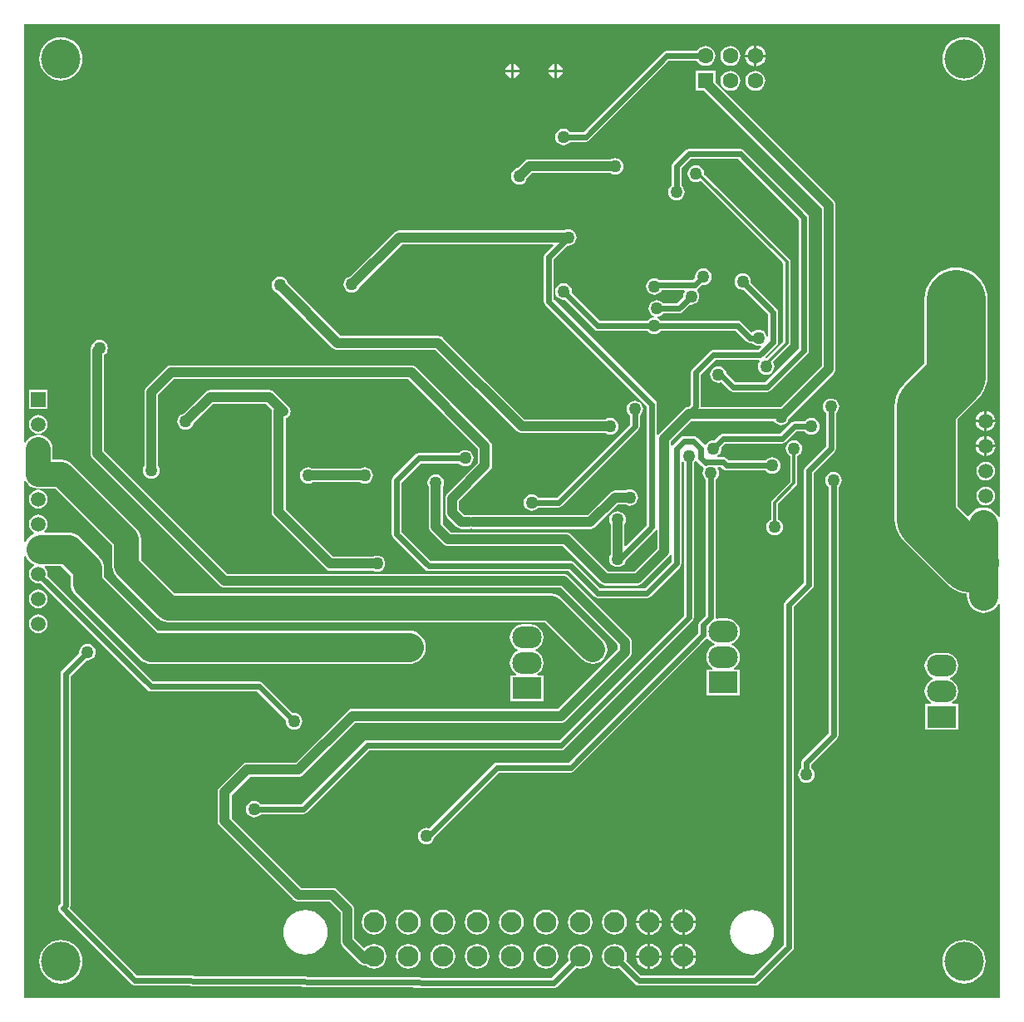
<source format=gbl>
G04*
G04 #@! TF.GenerationSoftware,Altium Limited,Altium Designer,18.0.11 (651)*
G04*
G04 Layer_Physical_Order=4*
G04 Layer_Color=16711680*
%FSLAX25Y25*%
%MOIN*%
G70*
G01*
G75*
%ADD11C,0.02362*%
%ADD83C,0.11811*%
%ADD84C,0.09843*%
%ADD85C,0.01181*%
%ADD88C,0.03937*%
%ADD91C,0.05906*%
%ADD92R,0.05906X0.05906*%
%ADD93C,0.08268*%
%ADD94O,0.11811X0.08858*%
%ADD95R,0.11811X0.08858*%
%ADD96R,0.06299X0.06299*%
%ADD97C,0.06299*%
%ADD98C,0.05000*%
%ADD99C,0.15748*%
%ADD100C,0.23622*%
G36*
X592191Y494223D02*
X591691Y494098D01*
X591222Y494977D01*
X590385Y495996D01*
X589366Y496832D01*
X588204Y497453D01*
X586942Y497836D01*
X585630Y497965D01*
X584318Y497836D01*
X583056Y497453D01*
X581893Y496832D01*
X580874Y495996D01*
X580038Y494977D01*
X579895Y494709D01*
X579400Y494635D01*
X575433Y498603D01*
Y533427D01*
X583739Y541733D01*
X585027Y543241D01*
X586063Y544932D01*
X586822Y546764D01*
X587285Y548692D01*
X587440Y550669D01*
Y565098D01*
Y581595D01*
X587285Y583571D01*
X586822Y585500D01*
X586063Y587332D01*
X585027Y589023D01*
X583739Y590530D01*
X582231Y591818D01*
X580540Y592854D01*
X578708Y593613D01*
X576780Y594076D01*
X574803Y594232D01*
X572826Y594076D01*
X570898Y593613D01*
X569066Y592854D01*
X567375Y591818D01*
X565867Y590530D01*
X564579Y589023D01*
X563543Y587332D01*
X562784Y585500D01*
X562321Y583571D01*
X562166Y581595D01*
Y565098D01*
Y555904D01*
X553859Y547597D01*
X552571Y546090D01*
X551535Y544399D01*
X550776Y542567D01*
X550314Y540638D01*
X550158Y538661D01*
Y493369D01*
X550314Y491392D01*
X550776Y489463D01*
X551535Y487631D01*
X552571Y485941D01*
X553859Y484433D01*
X571207Y467085D01*
X572715Y465797D01*
X574405Y464761D01*
X576238Y464002D01*
X578166Y463539D01*
X579102Y463466D01*
Y462402D01*
X579231Y461090D01*
X579613Y459828D01*
X580235Y458665D01*
X581071Y457646D01*
X582090Y456810D01*
X583253Y456188D01*
X584515Y455805D01*
X585827Y455676D01*
X587139Y455805D01*
X588400Y456188D01*
X589563Y456810D01*
X590582Y457646D01*
X591419Y458665D01*
X591691Y459175D01*
X592191Y459050D01*
Y301313D01*
X201116D01*
Y478316D01*
X201616Y478441D01*
X202085Y477563D01*
X202922Y476544D01*
X203941Y475707D01*
X204910Y475189D01*
X204895Y474642D01*
X204807Y474606D01*
X204025Y474006D01*
X203426Y473225D01*
X203049Y472315D01*
X202921Y471339D01*
X203049Y470362D01*
X203426Y469452D01*
X204025Y468671D01*
X204807Y468072D01*
X205716Y467695D01*
X206693Y467566D01*
X207518Y467675D01*
X250431Y424762D01*
X251082Y424327D01*
X251850Y424174D01*
X294444D01*
X305992Y412627D01*
X305936Y412205D01*
X306049Y411347D01*
X306380Y410547D01*
X306907Y409860D01*
X307594Y409333D01*
X308394Y409002D01*
X309252Y408889D01*
X310110Y409002D01*
X310910Y409333D01*
X311596Y409860D01*
X312123Y410547D01*
X312455Y411347D01*
X312568Y412205D01*
X312455Y413063D01*
X312123Y413863D01*
X311596Y414549D01*
X310910Y415076D01*
X310110Y415408D01*
X309252Y415520D01*
X308830Y415465D01*
X296695Y427600D01*
X296044Y428035D01*
X295276Y428188D01*
X252682D01*
X210357Y470513D01*
X210465Y471339D01*
X210337Y472315D01*
X209960Y473225D01*
X209360Y474006D01*
X209237Y474100D01*
X209398Y474574D01*
X215718D01*
X219653Y470640D01*
Y467520D01*
X219782Y466208D01*
X220165Y464946D01*
X220786Y463783D01*
X221622Y462764D01*
X247213Y437174D01*
X248232Y436337D01*
X249395Y435716D01*
X250657Y435333D01*
X251969Y435204D01*
X355315D01*
X356627Y435333D01*
X357889Y435716D01*
X359051Y436337D01*
X360070Y437174D01*
X360907Y438193D01*
X361528Y439356D01*
X361911Y440617D01*
X362040Y441929D01*
X361911Y443241D01*
X361528Y444503D01*
X360907Y445666D01*
X360070Y446685D01*
X359051Y447521D01*
X357889Y448142D01*
X356627Y448525D01*
X355315Y448654D01*
X254754D01*
X233103Y470305D01*
Y473425D01*
X232974Y474737D01*
X232591Y475999D01*
X231970Y477162D01*
X231133Y478181D01*
X223259Y486055D01*
X222240Y486891D01*
X221078Y487513D01*
X219816Y487895D01*
X218504Y488025D01*
X209339D01*
X209169Y488524D01*
X209360Y488671D01*
X209960Y489452D01*
X210337Y490362D01*
X210465Y491339D01*
X210337Y492315D01*
X209960Y493225D01*
X209360Y494006D01*
X208579Y494606D01*
X207669Y494982D01*
X206693Y495111D01*
X205716Y494982D01*
X204807Y494606D01*
X204025Y494006D01*
X203426Y493225D01*
X203049Y492315D01*
X202921Y491339D01*
X203049Y490362D01*
X203426Y489452D01*
X204025Y488671D01*
X204807Y488072D01*
X205049Y487971D01*
X204993Y487453D01*
X203941Y486891D01*
X202922Y486055D01*
X202085Y485036D01*
X201616Y484157D01*
X201116Y484282D01*
Y508579D01*
X201616Y508678D01*
X201706Y508460D01*
X202622Y507267D01*
X203814Y506352D01*
X205203Y505777D01*
X206457Y505612D01*
X206561Y505598D01*
Y505094D01*
X206437Y505077D01*
X205716Y504983D01*
X204807Y504606D01*
X204025Y504006D01*
X203426Y503225D01*
X203049Y502315D01*
X202921Y501339D01*
X203049Y500362D01*
X203426Y499452D01*
X204025Y498671D01*
X204807Y498072D01*
X205716Y497695D01*
X206693Y497566D01*
X207669Y497695D01*
X208579Y498072D01*
X209360Y498671D01*
X209960Y499452D01*
X210337Y500362D01*
X210465Y501339D01*
X210337Y502315D01*
X209960Y503225D01*
X209360Y504006D01*
X208579Y504606D01*
X207669Y504983D01*
X207049Y505064D01*
X206923Y505081D01*
X206956Y505581D01*
X207061Y505581D01*
X213639D01*
X236368Y482851D01*
Y474409D01*
X236564Y472919D01*
X237140Y471530D01*
X238054Y470338D01*
X254787Y453606D01*
X255979Y452691D01*
X257368Y452115D01*
X258858Y451919D01*
X410017D01*
X425062Y436873D01*
X426255Y435958D01*
X427644Y435383D01*
X429134Y435187D01*
X430624Y435383D01*
X432013Y435958D01*
X433205Y436873D01*
X434120Y438066D01*
X434696Y439455D01*
X434892Y440945D01*
X434696Y442435D01*
X434120Y443824D01*
X433205Y445016D01*
X416473Y461749D01*
X415280Y462664D01*
X413892Y463239D01*
X412402Y463435D01*
X261243D01*
X247884Y476794D01*
Y485236D01*
X247688Y486727D01*
X247112Y488115D01*
X246197Y489308D01*
X220095Y515410D01*
X218903Y516325D01*
X217514Y516900D01*
X216024Y517097D01*
X212451D01*
Y521339D01*
X212255Y522829D01*
X211679Y524218D01*
X210764Y525410D01*
X209572Y526325D01*
X208183Y526900D01*
X207049Y527050D01*
X206824Y527079D01*
Y527584D01*
X207049Y527613D01*
X207669Y527695D01*
X208579Y528072D01*
X209360Y528671D01*
X209960Y529452D01*
X210337Y530362D01*
X210465Y531339D01*
X210337Y532315D01*
X209960Y533225D01*
X209360Y534006D01*
X208579Y534606D01*
X207669Y534982D01*
X206693Y535111D01*
X205716Y534982D01*
X204807Y534606D01*
X204025Y534006D01*
X203426Y533225D01*
X203049Y532315D01*
X202921Y531339D01*
X203049Y530362D01*
X203426Y529452D01*
X204025Y528671D01*
X204807Y528072D01*
X205716Y527695D01*
X206337Y527613D01*
X206561Y527584D01*
Y527079D01*
X206337Y527050D01*
X205203Y526900D01*
X203814Y526325D01*
X202622Y525410D01*
X201706Y524218D01*
X201616Y523999D01*
X201116Y524098D01*
Y691929D01*
X592191D01*
Y494223D01*
D02*
G37*
%LPC*%
G36*
X494752Y683253D02*
Y679634D01*
X498372D01*
X498295Y680217D01*
X497877Y681227D01*
X497212Y682093D01*
X496345Y682759D01*
X495335Y683177D01*
X494752Y683253D01*
D02*
G37*
G36*
X493752D02*
X493169Y683177D01*
X492159Y682759D01*
X491292Y682093D01*
X490627Y681227D01*
X490209Y680217D01*
X490132Y679634D01*
X493752D01*
Y683253D01*
D02*
G37*
G36*
X484252Y683105D02*
X483224Y682970D01*
X482267Y682573D01*
X481444Y681942D01*
X480813Y681119D01*
X480416Y680162D01*
X480281Y679134D01*
X480416Y678106D01*
X480813Y677148D01*
X481444Y676326D01*
X482267Y675695D01*
X483224Y675298D01*
X484252Y675163D01*
X485280Y675298D01*
X486237Y675695D01*
X487060Y676326D01*
X487691Y677148D01*
X488088Y678106D01*
X488223Y679134D01*
X488088Y680162D01*
X487691Y681119D01*
X487060Y681942D01*
X486237Y682573D01*
X485280Y682970D01*
X484252Y683105D01*
D02*
G37*
G36*
X474252D02*
X473224Y682970D01*
X472266Y682573D01*
X471444Y681942D01*
X470830Y681141D01*
X458661D01*
X457893Y680988D01*
X457242Y680553D01*
X425350Y648661D01*
X419926D01*
X419667Y648998D01*
X418981Y649525D01*
X418181Y649856D01*
X417323Y649969D01*
X416465Y649856D01*
X415665Y649525D01*
X414978Y648998D01*
X414451Y648311D01*
X414120Y647512D01*
X414007Y646654D01*
X414120Y645795D01*
X414451Y644996D01*
X414978Y644309D01*
X415665Y643782D01*
X416465Y643451D01*
X417323Y643338D01*
X418181Y643451D01*
X418981Y643782D01*
X419667Y644309D01*
X419926Y644647D01*
X426181D01*
X426949Y644799D01*
X427600Y645234D01*
X459493Y677127D01*
X470830D01*
X471444Y676326D01*
X472266Y675695D01*
X473224Y675298D01*
X474252Y675163D01*
X475280Y675298D01*
X476237Y675695D01*
X477060Y676326D01*
X477691Y677148D01*
X478088Y678106D01*
X478223Y679134D01*
X478088Y680162D01*
X477691Y681119D01*
X477060Y681942D01*
X476237Y682573D01*
X475280Y682970D01*
X474252Y683105D01*
D02*
G37*
G36*
X498372Y678634D02*
X494752D01*
Y675014D01*
X495335Y675091D01*
X496345Y675509D01*
X497212Y676174D01*
X497877Y677041D01*
X498295Y678051D01*
X498372Y678634D01*
D02*
G37*
G36*
X493752D02*
X490132D01*
X490209Y678051D01*
X490627Y677041D01*
X491292Y676174D01*
X492159Y675509D01*
X493169Y675091D01*
X493752Y675014D01*
Y678634D01*
D02*
G37*
G36*
X414673Y675761D02*
Y673531D01*
X416903D01*
X416874Y673755D01*
X416594Y674429D01*
X416150Y675008D01*
X415571Y675453D01*
X414897Y675732D01*
X414673Y675761D01*
D02*
G37*
G36*
X397350D02*
Y673531D01*
X399580D01*
X399551Y673755D01*
X399271Y674429D01*
X398827Y675008D01*
X398248Y675453D01*
X397574Y675732D01*
X397350Y675761D01*
D02*
G37*
G36*
X413673D02*
X413450Y675732D01*
X412775Y675453D01*
X412196Y675008D01*
X411752Y674429D01*
X411473Y673755D01*
X411444Y673531D01*
X413673D01*
Y675761D01*
D02*
G37*
G36*
X396350D02*
X396127Y675732D01*
X395453Y675453D01*
X394874Y675008D01*
X394429Y674429D01*
X394150Y673755D01*
X394121Y673531D01*
X396350D01*
Y675761D01*
D02*
G37*
G36*
X416903Y672532D02*
X414673D01*
Y670302D01*
X414897Y670331D01*
X415571Y670611D01*
X416150Y671055D01*
X416594Y671634D01*
X416874Y672308D01*
X416903Y672532D01*
D02*
G37*
G36*
X399580D02*
X397350D01*
Y670302D01*
X397574Y670331D01*
X398248Y670611D01*
X398827Y671055D01*
X399271Y671634D01*
X399551Y672308D01*
X399580Y672532D01*
D02*
G37*
G36*
X413673D02*
X411444D01*
X411473Y672308D01*
X411752Y671634D01*
X412196Y671055D01*
X412775Y670611D01*
X413450Y670331D01*
X413673Y670302D01*
Y672532D01*
D02*
G37*
G36*
X396350D02*
X394121D01*
X394150Y672308D01*
X394429Y671634D01*
X394874Y671055D01*
X395453Y670611D01*
X396127Y670331D01*
X396350Y670302D01*
Y672532D01*
D02*
G37*
G36*
X577953Y686656D02*
X576255Y686489D01*
X574622Y685994D01*
X573117Y685189D01*
X571799Y684107D01*
X570716Y682788D01*
X569912Y681283D01*
X569417Y679651D01*
X569249Y677953D01*
X569417Y676255D01*
X569912Y674622D01*
X570716Y673117D01*
X571799Y671799D01*
X573117Y670716D01*
X574622Y669912D01*
X576255Y669417D01*
X577953Y669249D01*
X579651Y669417D01*
X581283Y669912D01*
X582788Y670716D01*
X584107Y671799D01*
X585189Y673117D01*
X585994Y674622D01*
X586489Y676255D01*
X586656Y677953D01*
X586489Y679651D01*
X585994Y681283D01*
X585189Y682788D01*
X584107Y684107D01*
X582788Y685189D01*
X581283Y685994D01*
X579651Y686489D01*
X577953Y686656D01*
D02*
G37*
G36*
X215748D02*
X214050Y686489D01*
X212417Y685994D01*
X210913Y685189D01*
X209594Y684107D01*
X208511Y682788D01*
X207707Y681283D01*
X207212Y679651D01*
X207045Y677953D01*
X207212Y676255D01*
X207707Y674622D01*
X208511Y673117D01*
X209594Y671799D01*
X210913Y670716D01*
X212417Y669912D01*
X214050Y669417D01*
X215748Y669249D01*
X217446Y669417D01*
X219079Y669912D01*
X220583Y670716D01*
X221902Y671799D01*
X222985Y673117D01*
X223789Y674622D01*
X224284Y676255D01*
X224451Y677953D01*
X224284Y679651D01*
X223789Y681283D01*
X222985Y682788D01*
X221902Y684107D01*
X220583Y685189D01*
X219079Y685994D01*
X217446Y686489D01*
X215748Y686656D01*
D02*
G37*
G36*
X494252Y673105D02*
X493224Y672969D01*
X492267Y672573D01*
X491444Y671942D01*
X490813Y671119D01*
X490416Y670162D01*
X490281Y669134D01*
X490416Y668106D01*
X490813Y667148D01*
X491444Y666326D01*
X492267Y665695D01*
X493224Y665298D01*
X494252Y665163D01*
X495280Y665298D01*
X496238Y665695D01*
X497060Y666326D01*
X497691Y667148D01*
X498088Y668106D01*
X498223Y669134D01*
X498088Y670162D01*
X497691Y671119D01*
X497060Y671942D01*
X496238Y672573D01*
X495280Y672969D01*
X494252Y673105D01*
D02*
G37*
G36*
X484252D02*
X483224Y672969D01*
X482267Y672573D01*
X481444Y671942D01*
X480813Y671119D01*
X480416Y670162D01*
X480281Y669134D01*
X480416Y668106D01*
X480813Y667148D01*
X481444Y666326D01*
X482267Y665695D01*
X483224Y665298D01*
X484252Y665163D01*
X485280Y665298D01*
X486237Y665695D01*
X487060Y666326D01*
X487691Y667148D01*
X488088Y668106D01*
X488223Y669134D01*
X488088Y670162D01*
X487691Y671119D01*
X487060Y671942D01*
X486237Y672573D01*
X485280Y672969D01*
X484252Y673105D01*
D02*
G37*
G36*
X437992Y638158D02*
X437134Y638045D01*
X436334Y637714D01*
X436214Y637622D01*
X403543D01*
X402824Y637528D01*
X402153Y637250D01*
X401578Y636808D01*
X398898Y634128D01*
X398748Y634108D01*
X397948Y633777D01*
X397262Y633250D01*
X396735Y632563D01*
X396404Y631764D01*
X396290Y630905D01*
X396404Y630047D01*
X396735Y629248D01*
X397262Y628561D01*
X397948Y628034D01*
X398748Y627703D01*
X399606Y627590D01*
X400464Y627703D01*
X401264Y628034D01*
X401951Y628561D01*
X402478Y629248D01*
X402809Y630047D01*
X402829Y630197D01*
X404695Y632063D01*
X436214D01*
X436334Y631971D01*
X437134Y631640D01*
X437992Y631527D01*
X438850Y631640D01*
X439650Y631971D01*
X440337Y632498D01*
X440864Y633185D01*
X441195Y633984D01*
X441308Y634842D01*
X441195Y635701D01*
X440864Y636500D01*
X440337Y637187D01*
X439650Y637714D01*
X438850Y638045D01*
X437992Y638158D01*
D02*
G37*
G36*
X478189Y673071D02*
X470315D01*
Y665197D01*
X473589D01*
X520842Y617943D01*
Y554596D01*
X504459Y538213D01*
X472622D01*
X472479Y538386D01*
Y551334D01*
X478194Y557048D01*
X495782D01*
X496029Y556548D01*
X495751Y556185D01*
X495419Y555386D01*
X495306Y554528D01*
X495419Y553669D01*
X495751Y552870D01*
X496278Y552183D01*
X496964Y551656D01*
X497764Y551325D01*
X498622Y551212D01*
X499480Y551325D01*
X500280Y551656D01*
X500967Y552183D01*
X501494Y552870D01*
X501825Y553669D01*
X501938Y554528D01*
X501825Y555386D01*
X501494Y556185D01*
X501316Y556416D01*
X507883Y562983D01*
X508188Y563439D01*
X508295Y563976D01*
Y596457D01*
X508188Y596994D01*
X507883Y597450D01*
X473748Y631585D01*
X473788Y631890D01*
X473675Y632748D01*
X473344Y633548D01*
X472817Y634234D01*
X472130Y634761D01*
X471331Y635093D01*
X470472Y635206D01*
X469614Y635093D01*
X468815Y634761D01*
X468128Y634234D01*
X467601Y633548D01*
X467270Y632748D01*
X467157Y631890D01*
X467270Y631032D01*
X467601Y630232D01*
X468128Y629545D01*
X468815Y629018D01*
X469614Y628687D01*
X470472Y628574D01*
X471331Y628687D01*
X472130Y629018D01*
X472250Y629110D01*
X505485Y595875D01*
Y564558D01*
X498820Y557894D01*
X498469Y557924D01*
X498255Y558409D01*
X502797Y562951D01*
X503232Y563602D01*
X503385Y564370D01*
Y576378D01*
X503232Y577146D01*
X502797Y577797D01*
X492434Y588161D01*
X492489Y588583D01*
X492376Y589441D01*
X492045Y590241D01*
X491518Y590927D01*
X490831Y591454D01*
X490031Y591785D01*
X489173Y591898D01*
X488315Y591785D01*
X487515Y591454D01*
X486829Y590927D01*
X486302Y590241D01*
X485970Y589441D01*
X485857Y588583D01*
X485970Y587724D01*
X486302Y586925D01*
X486829Y586238D01*
X487515Y585711D01*
X488315Y585380D01*
X489173Y585267D01*
X489595Y585322D01*
X499371Y575547D01*
Y566392D01*
X499349Y566364D01*
X499093Y566383D01*
X498825Y566512D01*
X498774Y566901D01*
X498442Y567701D01*
X497916Y568388D01*
X497229Y568915D01*
X496429Y569246D01*
X495571Y569359D01*
X494713Y569246D01*
X493913Y568915D01*
X493226Y568388D01*
X493222Y568382D01*
X492567Y568342D01*
X488624Y572285D01*
X487973Y572720D01*
X487205Y572873D01*
X456344D01*
X456085Y573211D01*
X455398Y573738D01*
X454873Y573955D01*
X454940Y574469D01*
X455583Y574553D01*
X456382Y574884D01*
X457069Y575411D01*
X457328Y575749D01*
X463583D01*
X464351Y575902D01*
X465002Y576337D01*
X468082Y579417D01*
X468504Y579361D01*
X469362Y579474D01*
X470162Y579806D01*
X470849Y580333D01*
X471376Y581019D01*
X471707Y581819D01*
X471820Y582677D01*
X471707Y583535D01*
X471376Y584335D01*
X470975Y584858D01*
X471021Y585377D01*
X471071Y585481D01*
X471439Y585726D01*
X473003Y587291D01*
X473425Y587235D01*
X474283Y587348D01*
X475083Y587680D01*
X475770Y588207D01*
X476297Y588893D01*
X476628Y589693D01*
X476741Y590551D01*
X476628Y591409D01*
X476297Y592209D01*
X475770Y592896D01*
X475083Y593423D01*
X474283Y593754D01*
X473425Y593867D01*
X472567Y593754D01*
X471767Y593423D01*
X471081Y592896D01*
X470554Y592209D01*
X470222Y591409D01*
X470109Y590551D01*
X470165Y590129D01*
X469188Y589153D01*
X455832D01*
X455398Y589486D01*
X454598Y589817D01*
X453740Y589930D01*
X452882Y589817D01*
X452082Y589486D01*
X451396Y588959D01*
X450869Y588272D01*
X450537Y587472D01*
X450424Y586614D01*
X450537Y585756D01*
X450869Y584956D01*
X451396Y584270D01*
X452082Y583743D01*
X452882Y583411D01*
X453740Y583298D01*
X454598Y583411D01*
X455398Y583743D01*
X456085Y584270D01*
X456612Y584956D01*
X456687Y585139D01*
X465619D01*
X465865Y584639D01*
X465632Y584335D01*
X465301Y583535D01*
X465188Y582677D01*
X465244Y582255D01*
X462751Y579763D01*
X457328D01*
X457069Y580100D01*
X456382Y580627D01*
X455583Y580959D01*
X454724Y581072D01*
X453866Y580959D01*
X453066Y580627D01*
X452380Y580100D01*
X451853Y579414D01*
X451522Y578614D01*
X451409Y577756D01*
X451522Y576898D01*
X451853Y576098D01*
X452380Y575411D01*
X453066Y574884D01*
X453592Y574667D01*
X453524Y574154D01*
X452882Y574069D01*
X452082Y573738D01*
X451396Y573211D01*
X451137Y572873D01*
X431934D01*
X420583Y584224D01*
X420639Y584646D01*
X420526Y585504D01*
X420194Y586304D01*
X419667Y586990D01*
X418981Y587517D01*
X418181Y587849D01*
X417323Y587961D01*
X416465Y587849D01*
X415665Y587517D01*
X414978Y586990D01*
X414451Y586304D01*
X414120Y585504D01*
X414007Y584646D01*
X414120Y583787D01*
X414451Y582988D01*
X414978Y582301D01*
X415665Y581774D01*
X416465Y581443D01*
X417323Y581330D01*
X417745Y581385D01*
X429683Y569447D01*
X430334Y569012D01*
X431102Y568859D01*
X451137D01*
X451396Y568521D01*
X452082Y567995D01*
X452882Y567663D01*
X453740Y567550D01*
X454598Y567663D01*
X455398Y567995D01*
X456085Y568521D01*
X456344Y568859D01*
X486373D01*
X490608Y564624D01*
X491259Y564189D01*
X492028Y564036D01*
X492967D01*
X493226Y563699D01*
X493913Y563172D01*
X494713Y562841D01*
X495571Y562727D01*
X496284Y562821D01*
X496542Y562372D01*
X495232Y561062D01*
X477362D01*
X476594Y560909D01*
X475943Y560474D01*
X469053Y553585D01*
X468618Y552933D01*
X468465Y552165D01*
Y539217D01*
X467452Y538204D01*
X466800Y538118D01*
X466130Y537840D01*
X465554Y537399D01*
X455712Y527556D01*
X455270Y526980D01*
X455263Y526964D01*
X454763Y527063D01*
Y539370D01*
X454610Y540138D01*
X454175Y540789D01*
X413424Y581540D01*
Y597594D01*
X418869Y603039D01*
X419291Y602983D01*
X420150Y603096D01*
X420949Y603428D01*
X421636Y603955D01*
X422163Y604641D01*
X422494Y605441D01*
X422607Y606299D01*
X422494Y607157D01*
X422163Y607957D01*
X421636Y608644D01*
X420949Y609171D01*
X420150Y609502D01*
X419291Y609615D01*
X418433Y609502D01*
X417633Y609171D01*
X417514Y609079D01*
X351378D01*
X350658Y608984D01*
X349988Y608707D01*
X349412Y608265D01*
X331772Y590624D01*
X331622Y590604D01*
X330822Y590273D01*
X330136Y589746D01*
X329609Y589059D01*
X329277Y588260D01*
X329165Y587402D01*
X329277Y586543D01*
X329609Y585744D01*
X330136Y585057D01*
X330822Y584530D01*
X331622Y584199D01*
X332480Y584086D01*
X333338Y584199D01*
X334138Y584530D01*
X334825Y585057D01*
X335352Y585744D01*
X335683Y586543D01*
X335703Y586693D01*
X352529Y603519D01*
X413020D01*
X413211Y603058D01*
X409998Y599844D01*
X409563Y599193D01*
X409410Y598425D01*
Y580709D01*
X409563Y579941D01*
X409998Y579289D01*
X450749Y538539D01*
Y490989D01*
X442218Y482458D01*
X441756Y482649D01*
Y491333D01*
X441848Y491452D01*
X442179Y492252D01*
X442292Y493110D01*
X442179Y493968D01*
X441848Y494768D01*
X441321Y495455D01*
X440634Y495982D01*
X439835Y496313D01*
X438976Y496426D01*
X438118Y496313D01*
X437319Y495982D01*
X436632Y495455D01*
X436105Y494768D01*
X435774Y493968D01*
X435661Y493110D01*
X435774Y492252D01*
X436105Y491452D01*
X436197Y491333D01*
Y479140D01*
X436105Y479020D01*
X435774Y478220D01*
X435661Y477362D01*
X435774Y476504D01*
X436105Y475704D01*
X436632Y475018D01*
X437319Y474491D01*
X438118Y474159D01*
X438976Y474046D01*
X439835Y474159D01*
X440634Y474491D01*
X441321Y475018D01*
X441848Y475704D01*
X442179Y476504D01*
X442215Y476778D01*
X454175Y488738D01*
X454397Y489071D01*
X454897Y488919D01*
Y481466D01*
X445699Y472268D01*
X435207D01*
X420273Y487202D01*
X419697Y487643D01*
X419027Y487921D01*
X418307Y488016D01*
X372214D01*
X368921Y491309D01*
Y506096D01*
X369013Y506216D01*
X369344Y507016D01*
X369458Y507874D01*
X369344Y508732D01*
X369013Y509532D01*
X368486Y510219D01*
X367800Y510746D01*
X367000Y511077D01*
X366142Y511190D01*
X365284Y511077D01*
X364484Y510746D01*
X363797Y510219D01*
X363270Y509532D01*
X362939Y508732D01*
X362826Y507874D01*
X362939Y507016D01*
X363270Y506216D01*
X363362Y506096D01*
Y490158D01*
X363457Y489438D01*
X363735Y488768D01*
X364176Y488192D01*
X369097Y483271D01*
X369673Y482829D01*
X370344Y482551D01*
X371063Y482456D01*
X417156D01*
X432090Y467523D01*
X432665Y467081D01*
X433336Y466803D01*
X434055Y466709D01*
X446850D01*
X447570Y466803D01*
X448240Y467081D01*
X448816Y467523D01*
X459643Y478349D01*
X460084Y478925D01*
X460091Y478942D01*
X460591Y478842D01*
Y476225D01*
X449956Y465590D01*
X431934D01*
X421695Y475829D01*
X421044Y476264D01*
X420276Y476416D01*
X364020D01*
X352401Y488036D01*
Y508027D01*
X360083Y515709D01*
X375349D01*
X375608Y515372D01*
X376295Y514845D01*
X377095Y514514D01*
X377953Y514401D01*
X378811Y514514D01*
X379611Y514845D01*
X380297Y515372D01*
X380824Y516059D01*
X381155Y516858D01*
X381269Y517717D01*
X381155Y518575D01*
X380824Y519374D01*
X380297Y520061D01*
X379611Y520588D01*
X378811Y520919D01*
X377953Y521032D01*
X377095Y520919D01*
X376295Y520588D01*
X375608Y520061D01*
X375349Y519724D01*
X359252D01*
X358484Y519571D01*
X357833Y519136D01*
X348974Y510278D01*
X348539Y509626D01*
X348387Y508858D01*
Y487205D01*
X348539Y486437D01*
X348974Y485785D01*
X361770Y472990D01*
X362421Y472555D01*
X363189Y472402D01*
X419444D01*
X429683Y462163D01*
X430334Y461728D01*
X431102Y461576D01*
X450787D01*
X451555Y461728D01*
X452207Y462163D01*
X464018Y473975D01*
X464453Y474626D01*
X464606Y475394D01*
Y516275D01*
X465105Y516445D01*
X465174Y516355D01*
X465512Y516096D01*
Y454571D01*
X415507Y404566D01*
X338583D01*
X337815Y404413D01*
X337163Y403978D01*
X312161Y378976D01*
X295911D01*
X295652Y379313D01*
X294965Y379840D01*
X294165Y380171D01*
X293307Y380284D01*
X292449Y380171D01*
X291649Y379840D01*
X290963Y379313D01*
X290436Y378626D01*
X290104Y377827D01*
X289991Y376969D01*
X290104Y376110D01*
X290436Y375311D01*
X290963Y374624D01*
X291649Y374097D01*
X292449Y373766D01*
X293307Y373653D01*
X294165Y373766D01*
X294965Y374097D01*
X295652Y374624D01*
X295911Y374961D01*
X312992D01*
X313760Y375114D01*
X314411Y375549D01*
X339414Y400552D01*
X416339D01*
X417107Y400705D01*
X417758Y401140D01*
X468938Y452320D01*
X469373Y452971D01*
X469526Y453739D01*
Y516096D01*
X469863Y516355D01*
X470157Y516738D01*
X470755Y516696D01*
X471022Y516297D01*
X472783Y514536D01*
X473386Y514133D01*
X473457Y514040D01*
X473619Y513616D01*
X473505Y513468D01*
X473174Y512668D01*
X473061Y511810D01*
X473174Y510952D01*
X473505Y510152D01*
X474032Y509465D01*
X474370Y509206D01*
Y454622D01*
X472006Y452258D01*
X471571Y451607D01*
X471418Y450839D01*
Y447682D01*
X419444Y395708D01*
X390748D01*
X389980Y395555D01*
X389329Y395120D01*
X363410Y369201D01*
X363063Y369344D01*
X362205Y369458D01*
X361347Y369344D01*
X360547Y369013D01*
X359860Y368486D01*
X359333Y367800D01*
X359002Y367000D01*
X358889Y366142D01*
X359002Y365284D01*
X359333Y364484D01*
X359860Y363797D01*
X360547Y363270D01*
X361347Y362939D01*
X362205Y362826D01*
X363063Y362939D01*
X363863Y363270D01*
X364549Y363797D01*
X365076Y364484D01*
X365407Y365284D01*
X365444Y365558D01*
X391579Y391694D01*
X420276D01*
X421044Y391846D01*
X421695Y392282D01*
X474797Y445384D01*
X474907Y445425D01*
X475408Y445374D01*
X476102Y444468D01*
X477192Y443632D01*
X477847Y443361D01*
Y442820D01*
X477192Y442549D01*
X476102Y441713D01*
X475266Y440623D01*
X474741Y439354D01*
X474561Y437992D01*
X474741Y436630D01*
X475266Y435361D01*
X476102Y434272D01*
X477093Y433512D01*
X476989Y433012D01*
X474606D01*
Y422579D01*
X487992D01*
Y433012D01*
X485610D01*
X485506Y433512D01*
X486496Y434272D01*
X487332Y435361D01*
X487858Y436630D01*
X488037Y437992D01*
X487858Y439354D01*
X487332Y440623D01*
X486496Y441713D01*
X485406Y442549D01*
X484752Y442820D01*
Y443361D01*
X485406Y443632D01*
X486496Y444468D01*
X487332Y445558D01*
X487858Y446827D01*
X488037Y448189D01*
X487858Y449551D01*
X487332Y450820D01*
X486496Y451909D01*
X485406Y452746D01*
X484137Y453271D01*
X482776Y453450D01*
X479823D01*
X478800Y453316D01*
X478378Y453757D01*
X478385Y453792D01*
X478384Y453796D01*
Y509206D01*
X478722Y509465D01*
X479249Y510152D01*
X479580Y510952D01*
X479693Y511810D01*
X479580Y512668D01*
X479249Y513468D01*
X479016Y513771D01*
X479262Y514271D01*
X480423D01*
X481350Y513345D01*
X482001Y512910D01*
X482769Y512757D01*
X498381D01*
X498640Y512419D01*
X499326Y511892D01*
X500126Y511561D01*
X500984Y511448D01*
X501842Y511561D01*
X502642Y511892D01*
X503329Y512419D01*
X503856Y513106D01*
X504187Y513906D01*
X504300Y514764D01*
X504187Y515622D01*
X503856Y516422D01*
X503329Y517108D01*
X502642Y517635D01*
X501842Y517967D01*
X500984Y518080D01*
X500126Y517967D01*
X499326Y517635D01*
X498640Y517108D01*
X498381Y516771D01*
X483600D01*
X482673Y517698D01*
X482022Y518133D01*
X481254Y518286D01*
X479128D01*
X479020Y518782D01*
X479707Y519309D01*
X480234Y519996D01*
X480565Y520795D01*
X480678Y521654D01*
X480622Y522075D01*
X482131Y523584D01*
X504921D01*
X505689Y523736D01*
X506341Y524171D01*
X510674Y528505D01*
X514129D01*
X514388Y528167D01*
X515074Y527640D01*
X515874Y527309D01*
X516732Y527196D01*
X517591Y527309D01*
X518390Y527640D01*
X519077Y528167D01*
X519604Y528854D01*
X519935Y529654D01*
X520048Y530512D01*
X519935Y531370D01*
X519604Y532170D01*
X519077Y532856D01*
X518390Y533383D01*
X517591Y533715D01*
X516732Y533828D01*
X515874Y533715D01*
X515074Y533383D01*
X514388Y532856D01*
X514129Y532519D01*
X509842D01*
X509074Y532366D01*
X508423Y531931D01*
X504090Y527598D01*
X481299D01*
X480531Y527445D01*
X479880Y527010D01*
X477784Y524914D01*
X477362Y524969D01*
X476504Y524856D01*
X475704Y524525D01*
X475018Y523998D01*
X474491Y523311D01*
X474391Y523072D01*
X473894Y523023D01*
X473860Y523073D01*
X470907Y526025D01*
X470256Y526461D01*
X469488Y526613D01*
X465551D01*
X464783Y526461D01*
X464132Y526025D01*
X461179Y523073D01*
X460957Y522740D01*
X460457Y522892D01*
Y524439D01*
X468671Y532653D01*
X501686D01*
X502183Y532006D01*
X502870Y531479D01*
X503669Y531148D01*
X504528Y531035D01*
X505386Y531148D01*
X506185Y531479D01*
X506872Y532006D01*
X507399Y532692D01*
X507730Y533492D01*
X507750Y533642D01*
X525588Y551479D01*
X526029Y552055D01*
X526307Y552726D01*
X526402Y553445D01*
Y619095D01*
X526307Y619814D01*
X526029Y620484D01*
X525588Y621060D01*
X478189Y668459D01*
Y673071D01*
D02*
G37*
G36*
X473179Y642017D02*
X472411Y641864D01*
X472271Y641771D01*
X467520D01*
X466752Y641618D01*
X466101Y641183D01*
X461179Y636262D01*
X460744Y635611D01*
X460591Y634842D01*
Y627013D01*
X460254Y626754D01*
X459727Y626067D01*
X459396Y625268D01*
X459283Y624409D01*
X459396Y623551D01*
X459727Y622752D01*
X460254Y622065D01*
X460941Y621538D01*
X461740Y621207D01*
X462598Y621094D01*
X463457Y621207D01*
X464256Y621538D01*
X464943Y622065D01*
X465470Y622752D01*
X465801Y623551D01*
X465914Y624409D01*
X465801Y625268D01*
X465470Y626067D01*
X464943Y626754D01*
X464606Y627013D01*
Y634011D01*
X468351Y637757D01*
X487358D01*
X511772Y613342D01*
Y561855D01*
X498184Y548267D01*
X486264D01*
X482668Y551863D01*
X482632Y552138D01*
X482301Y552937D01*
X481774Y553624D01*
X481087Y554151D01*
X480287Y554482D01*
X479429Y554595D01*
X478571Y554482D01*
X477771Y554151D01*
X477084Y553624D01*
X476558Y552937D01*
X476226Y552138D01*
X476113Y551279D01*
X476226Y550421D01*
X476558Y549622D01*
X477084Y548935D01*
X477771Y548408D01*
X478571Y548077D01*
X479429Y547964D01*
X480287Y548077D01*
X480634Y548220D01*
X484014Y544841D01*
X484665Y544406D01*
X485433Y544253D01*
X499016D01*
X499784Y544406D01*
X500435Y544841D01*
X515199Y559604D01*
X515634Y560256D01*
X515787Y561024D01*
Y614173D01*
X515634Y614941D01*
X515199Y615592D01*
X489608Y641183D01*
X488957Y641618D01*
X488189Y641771D01*
X474087D01*
X473947Y641864D01*
X473179Y642017D01*
D02*
G37*
G36*
X210433Y545079D02*
X202953D01*
Y537598D01*
X210433D01*
Y545079D01*
D02*
G37*
G36*
X587114Y536519D02*
Y533098D01*
X590535D01*
X590465Y533630D01*
X590067Y534592D01*
X589433Y535418D01*
X588608Y536051D01*
X587646Y536449D01*
X587114Y536519D01*
D02*
G37*
G36*
X586114D02*
X585582Y536449D01*
X584621Y536051D01*
X583795Y535418D01*
X583161Y534592D01*
X582763Y533630D01*
X582693Y533098D01*
X586114D01*
Y536519D01*
D02*
G37*
G36*
X590535Y532098D02*
X587114D01*
Y528677D01*
X587646Y528747D01*
X588608Y529146D01*
X589433Y529779D01*
X590067Y530605D01*
X590465Y531567D01*
X590535Y532098D01*
D02*
G37*
G36*
X586114D02*
X582693D01*
X582763Y531567D01*
X583161Y530605D01*
X583795Y529779D01*
X584621Y529146D01*
X585582Y528747D01*
X586114Y528677D01*
Y532098D01*
D02*
G37*
G36*
X303543Y590520D02*
X302685Y590408D01*
X301885Y590076D01*
X301199Y589549D01*
X300672Y588863D01*
X300341Y588063D01*
X300227Y587205D01*
X300341Y586347D01*
X300672Y585547D01*
X301199Y584860D01*
X301885Y584333D01*
X302685Y584002D01*
X302835Y583982D01*
X324806Y562011D01*
X325382Y561569D01*
X326052Y561291D01*
X326772Y561197D01*
X365975D01*
X398625Y528546D01*
X399201Y528104D01*
X399871Y527827D01*
X400591Y527732D01*
X434246D01*
X434366Y527640D01*
X435165Y527309D01*
X436024Y527196D01*
X436882Y527309D01*
X437681Y527640D01*
X438368Y528167D01*
X438895Y528854D01*
X439226Y529654D01*
X439339Y530512D01*
X439226Y531370D01*
X438895Y532170D01*
X438368Y532856D01*
X437681Y533383D01*
X436882Y533715D01*
X436024Y533828D01*
X435165Y533715D01*
X434366Y533383D01*
X434246Y533291D01*
X401742D01*
X369092Y565942D01*
X368516Y566384D01*
X367845Y566661D01*
X367126Y566756D01*
X327923D01*
X306766Y587913D01*
X306746Y588063D01*
X306415Y588863D01*
X305888Y589549D01*
X305201Y590076D01*
X304401Y590408D01*
X303543Y590520D01*
D02*
G37*
G36*
X587114Y526519D02*
Y523098D01*
X590535D01*
X590465Y523630D01*
X590067Y524592D01*
X589433Y525418D01*
X588608Y526051D01*
X587646Y526449D01*
X587114Y526519D01*
D02*
G37*
G36*
X586114D02*
X585582Y526449D01*
X584621Y526051D01*
X583795Y525418D01*
X583161Y524592D01*
X582763Y523630D01*
X582693Y523098D01*
X586114D01*
Y526519D01*
D02*
G37*
G36*
X590535Y522098D02*
X587114D01*
Y518677D01*
X587646Y518747D01*
X588608Y519146D01*
X589433Y519779D01*
X590067Y520605D01*
X590465Y521567D01*
X590535Y522098D01*
D02*
G37*
G36*
X586114D02*
X582693D01*
X582763Y521567D01*
X583161Y520605D01*
X583795Y519779D01*
X584621Y519146D01*
X585582Y518747D01*
X586114Y518677D01*
Y522098D01*
D02*
G37*
G36*
X337598Y514143D02*
X336740Y514030D01*
X335941Y513698D01*
X335821Y513607D01*
X316738D01*
X316618Y513698D01*
X315819Y514030D01*
X314961Y514143D01*
X314102Y514030D01*
X313303Y513698D01*
X312616Y513171D01*
X312089Y512485D01*
X311758Y511685D01*
X311645Y510827D01*
X311758Y509969D01*
X312089Y509169D01*
X312616Y508482D01*
X313303Y507955D01*
X314102Y507624D01*
X314961Y507511D01*
X315819Y507624D01*
X316618Y507955D01*
X316738Y508047D01*
X335821D01*
X335941Y507955D01*
X336740Y507624D01*
X337598Y507511D01*
X338457Y507624D01*
X339256Y507955D01*
X339943Y508482D01*
X340470Y509169D01*
X340801Y509969D01*
X340914Y510827D01*
X340801Y511685D01*
X340470Y512485D01*
X339943Y513171D01*
X339256Y513698D01*
X338457Y514030D01*
X337598Y514143D01*
D02*
G37*
G36*
X586614Y516371D02*
X585638Y516242D01*
X584728Y515865D01*
X583947Y515266D01*
X583347Y514485D01*
X582970Y513575D01*
X582842Y512598D01*
X582970Y511622D01*
X583347Y510712D01*
X583947Y509931D01*
X584728Y509331D01*
X585638Y508955D01*
X586614Y508826D01*
X587591Y508955D01*
X588500Y509331D01*
X589282Y509931D01*
X589881Y510712D01*
X590258Y511622D01*
X590387Y512598D01*
X590258Y513575D01*
X589881Y514485D01*
X589282Y515266D01*
X588500Y515865D01*
X587591Y516242D01*
X586614Y516371D01*
D02*
G37*
G36*
X445866Y540717D02*
X445008Y540604D01*
X444208Y540273D01*
X443521Y539746D01*
X442995Y539059D01*
X442663Y538260D01*
X442550Y537402D01*
X442663Y536543D01*
X442995Y535744D01*
X443521Y535057D01*
X443859Y534798D01*
Y531343D01*
X414523Y502007D01*
X407131D01*
X406872Y502345D01*
X406185Y502872D01*
X405386Y503203D01*
X404528Y503316D01*
X403669Y503203D01*
X402870Y502872D01*
X402183Y502345D01*
X401656Y501658D01*
X401325Y500858D01*
X401212Y500000D01*
X401325Y499142D01*
X401656Y498342D01*
X402183Y497655D01*
X402870Y497128D01*
X403669Y496797D01*
X404528Y496684D01*
X405386Y496797D01*
X406185Y497128D01*
X406872Y497655D01*
X407131Y497993D01*
X415354D01*
X416122Y498146D01*
X416774Y498581D01*
X447285Y529093D01*
X447720Y529744D01*
X447873Y530512D01*
Y534798D01*
X448211Y535057D01*
X448738Y535744D01*
X449069Y536543D01*
X449182Y537402D01*
X449069Y538260D01*
X448738Y539059D01*
X448211Y539746D01*
X447524Y540273D01*
X446724Y540604D01*
X445866Y540717D01*
D02*
G37*
G36*
X586614Y506371D02*
X585638Y506242D01*
X584728Y505865D01*
X583947Y505266D01*
X583347Y504485D01*
X582970Y503575D01*
X582842Y502598D01*
X582970Y501622D01*
X583347Y500712D01*
X583947Y499931D01*
X584728Y499331D01*
X585638Y498955D01*
X586614Y498826D01*
X587591Y498955D01*
X588500Y499331D01*
X589282Y499931D01*
X589881Y500712D01*
X590258Y501622D01*
X590387Y502598D01*
X590258Y503575D01*
X589881Y504485D01*
X589282Y505266D01*
X588500Y505865D01*
X587591Y506242D01*
X586614Y506371D01*
D02*
G37*
G36*
X356299Y554945D02*
X259842D01*
X259123Y554850D01*
X258453Y554573D01*
X257877Y554131D01*
X250003Y546257D01*
X249561Y545681D01*
X249284Y545011D01*
X249189Y544291D01*
Y514573D01*
X249097Y514453D01*
X248766Y513654D01*
X248653Y512795D01*
X248766Y511937D01*
X249097Y511137D01*
X249624Y510451D01*
X250311Y509924D01*
X251110Y509592D01*
X251969Y509480D01*
X252827Y509592D01*
X253626Y509924D01*
X254313Y510451D01*
X254840Y511137D01*
X255171Y511937D01*
X255284Y512795D01*
X255171Y513654D01*
X254840Y514453D01*
X254748Y514573D01*
Y543140D01*
X260994Y549386D01*
X355148D01*
X383047Y521486D01*
Y515915D01*
X370731Y503599D01*
X370290Y503024D01*
X370012Y502353D01*
X369917Y501634D01*
Y495854D01*
X370012Y495135D01*
X370290Y494465D01*
X370731Y493889D01*
X374460Y490161D01*
X375036Y489719D01*
X375706Y489441D01*
X376425Y489346D01*
X379480D01*
X380193Y489440D01*
X380906Y489346D01*
X428150D01*
X428869Y489441D01*
X429539Y489719D01*
X430115Y490161D01*
X439144Y499189D01*
X442120D01*
X442240Y499097D01*
X443040Y498766D01*
X443898Y498653D01*
X444756Y498766D01*
X445555Y499097D01*
X446242Y499624D01*
X446769Y500311D01*
X447100Y501110D01*
X447213Y501968D01*
X447100Y502827D01*
X446769Y503626D01*
X446242Y504313D01*
X445555Y504840D01*
X444756Y505171D01*
X443898Y505284D01*
X443040Y505171D01*
X442240Y504840D01*
X442120Y504748D01*
X437992D01*
X437273Y504654D01*
X436602Y504376D01*
X436027Y503934D01*
X426998Y494906D01*
X380906D01*
X380193Y494812D01*
X379480Y494906D01*
X377577D01*
X375477Y497006D01*
Y500483D01*
X387792Y512798D01*
X388234Y513374D01*
X388512Y514044D01*
X388606Y514764D01*
Y522638D01*
X388512Y523357D01*
X388234Y524028D01*
X387792Y524603D01*
X358265Y554131D01*
X357689Y554573D01*
X357019Y554850D01*
X356299Y554945D01*
D02*
G37*
G36*
X509744Y524969D02*
X508886Y524856D01*
X508086Y524525D01*
X507400Y523998D01*
X506873Y523311D01*
X506541Y522512D01*
X506428Y521654D01*
X506541Y520795D01*
X506873Y519996D01*
X507400Y519309D01*
X508086Y518782D01*
X508339Y518677D01*
Y508357D01*
X500975Y500993D01*
X500670Y500538D01*
X500564Y500000D01*
Y493134D01*
X500311Y493029D01*
X499624Y492502D01*
X499097Y491815D01*
X498766Y491016D01*
X498653Y490158D01*
X498766Y489299D01*
X499097Y488500D01*
X499624Y487813D01*
X500311Y487286D01*
X501110Y486955D01*
X501968Y486842D01*
X502827Y486955D01*
X503626Y487286D01*
X504313Y487813D01*
X504840Y488500D01*
X505171Y489299D01*
X505284Y490158D01*
X505171Y491016D01*
X504840Y491815D01*
X504313Y492502D01*
X503626Y493029D01*
X503373Y493134D01*
Y499418D01*
X510738Y506782D01*
X511042Y507238D01*
X511149Y507776D01*
Y518677D01*
X511402Y518782D01*
X512089Y519309D01*
X512616Y519996D01*
X512947Y520795D01*
X513060Y521654D01*
X512947Y522512D01*
X512616Y523311D01*
X512089Y523998D01*
X511402Y524525D01*
X510602Y524856D01*
X509744Y524969D01*
D02*
G37*
G36*
X299213Y545103D02*
X275590D01*
X274871Y545008D01*
X274201Y544730D01*
X273625Y544288D01*
X265039Y535703D01*
X264890Y535683D01*
X264090Y535352D01*
X263403Y534825D01*
X262877Y534138D01*
X262545Y533338D01*
X262432Y532480D01*
X262545Y531622D01*
X262877Y530822D01*
X263403Y530136D01*
X264090Y529609D01*
X264890Y529278D01*
X265748Y529165D01*
X266606Y529278D01*
X267406Y529609D01*
X268093Y530136D01*
X268620Y530822D01*
X268951Y531622D01*
X268970Y531772D01*
X276742Y539543D01*
X298061D01*
X300465Y537139D01*
X300465Y537137D01*
X300370Y536417D01*
Y496063D01*
X300465Y495344D01*
X300742Y494673D01*
X301184Y494098D01*
X321853Y473428D01*
X322429Y472986D01*
X323099Y472709D01*
X323819Y472614D01*
X340742D01*
X340862Y472522D01*
X341662Y472191D01*
X342520Y472078D01*
X343378Y472191D01*
X344178Y472522D01*
X344864Y473049D01*
X345391Y473736D01*
X345723Y474536D01*
X345835Y475394D01*
X345723Y476252D01*
X345391Y477052D01*
X344864Y477738D01*
X344178Y478265D01*
X343378Y478596D01*
X342520Y478710D01*
X341662Y478596D01*
X340862Y478265D01*
X340742Y478173D01*
X324970D01*
X305929Y497214D01*
Y533770D01*
X306508Y534010D01*
X307084Y534452D01*
X307525Y535028D01*
X307803Y535698D01*
X307898Y536417D01*
X307803Y537137D01*
X307525Y537807D01*
X307084Y538383D01*
X301178Y544288D01*
X300602Y544730D01*
X299932Y545008D01*
X299213Y545103D01*
D02*
G37*
G36*
X206693Y465111D02*
X205716Y464983D01*
X204807Y464606D01*
X204025Y464006D01*
X203426Y463225D01*
X203049Y462315D01*
X202921Y461339D01*
X203049Y460362D01*
X203426Y459452D01*
X204025Y458671D01*
X204807Y458072D01*
X205716Y457695D01*
X206693Y457566D01*
X207669Y457695D01*
X208579Y458072D01*
X209360Y458671D01*
X209960Y459452D01*
X210337Y460362D01*
X210465Y461339D01*
X210337Y462315D01*
X209960Y463225D01*
X209360Y464006D01*
X208579Y464606D01*
X207669Y464983D01*
X206693Y465111D01*
D02*
G37*
G36*
Y455111D02*
X205716Y454983D01*
X204807Y454606D01*
X204025Y454006D01*
X203426Y453225D01*
X203049Y452315D01*
X202921Y451339D01*
X203049Y450362D01*
X203426Y449452D01*
X204025Y448671D01*
X204807Y448072D01*
X205716Y447695D01*
X206693Y447566D01*
X207669Y447695D01*
X208579Y448072D01*
X209360Y448671D01*
X209960Y449452D01*
X210337Y450362D01*
X210465Y451339D01*
X210337Y452315D01*
X209960Y453225D01*
X209360Y454006D01*
X208579Y454606D01*
X207669Y454983D01*
X206693Y455111D01*
D02*
G37*
G36*
X226378Y443276D02*
X225520Y443163D01*
X224720Y442832D01*
X224033Y442305D01*
X223506Y441618D01*
X223175Y440819D01*
X223062Y439961D01*
X223118Y439539D01*
X216101Y432522D01*
X215665Y431870D01*
X215513Y431102D01*
Y338977D01*
X215116Y338580D01*
X214681Y337929D01*
X214528Y337161D01*
X214681Y336393D01*
X215116Y335742D01*
X244044Y306815D01*
X244363Y306601D01*
X244679Y306386D01*
X244688Y306384D01*
X244695Y306380D01*
X245070Y306305D01*
X245446Y306227D01*
X379792Y305105D01*
X379921Y305080D01*
X413228D01*
X413996Y305232D01*
X414647Y305667D01*
X422256Y313276D01*
X422731Y313079D01*
X424016Y312910D01*
X425301Y313079D01*
X426498Y313575D01*
X427526Y314364D01*
X428314Y315392D01*
X428810Y316589D01*
X428979Y317874D01*
X428810Y319159D01*
X428314Y320356D01*
X427526Y321384D01*
X426498Y322173D01*
X425301Y322669D01*
X424016Y322838D01*
X422731Y322669D01*
X421534Y322173D01*
X420506Y321384D01*
X419717Y320356D01*
X419221Y319159D01*
X419052Y317874D01*
X419221Y316589D01*
X419418Y316114D01*
X412397Y309094D01*
X382882D01*
X246301Y310234D01*
X219287Y337248D01*
X219374Y337377D01*
X219527Y338145D01*
Y430271D01*
X225956Y436700D01*
X226378Y436645D01*
X227236Y436758D01*
X228036Y437089D01*
X228723Y437616D01*
X229250Y438303D01*
X229581Y439103D01*
X229694Y439961D01*
X229581Y440819D01*
X229250Y441618D01*
X228723Y442305D01*
X228036Y442832D01*
X227236Y443163D01*
X226378Y443276D01*
D02*
G37*
G36*
X404035Y451128D02*
X401083D01*
X399721Y450948D01*
X398452Y450423D01*
X397362Y449587D01*
X396526Y448497D01*
X396000Y447228D01*
X395821Y445866D01*
X396000Y444504D01*
X396526Y443235D01*
X397362Y442146D01*
X398452Y441309D01*
X399107Y441038D01*
Y440497D01*
X398452Y440226D01*
X397362Y439390D01*
X396526Y438300D01*
X396000Y437031D01*
X395821Y435669D01*
X396000Y434307D01*
X396526Y433039D01*
X397362Y431949D01*
X398353Y431189D01*
X398248Y430689D01*
X395866D01*
Y420256D01*
X409252D01*
Y430689D01*
X406870D01*
X406766Y431189D01*
X407756Y431949D01*
X408592Y433039D01*
X409118Y434307D01*
X409297Y435669D01*
X409118Y437031D01*
X408592Y438300D01*
X407756Y439390D01*
X406666Y440226D01*
X406011Y440497D01*
Y441038D01*
X406666Y441309D01*
X407756Y442146D01*
X408592Y443235D01*
X409118Y444504D01*
X409297Y445866D01*
X409118Y447228D01*
X408592Y448497D01*
X407756Y449587D01*
X406666Y450423D01*
X405397Y450948D01*
X404035Y451128D01*
D02*
G37*
G36*
X570374Y439671D02*
X567421D01*
X566059Y439492D01*
X564790Y438966D01*
X563701Y438130D01*
X562865Y437040D01*
X562339Y435771D01*
X562160Y434410D01*
X562339Y433048D01*
X562865Y431779D01*
X563701Y430689D01*
X564790Y429853D01*
X565445Y429582D01*
Y429040D01*
X564790Y428769D01*
X563701Y427933D01*
X562865Y426843D01*
X562339Y425574D01*
X562160Y424213D01*
X562339Y422851D01*
X562865Y421582D01*
X563701Y420492D01*
X564691Y419732D01*
X564587Y419232D01*
X562205D01*
Y408799D01*
X575591D01*
Y419232D01*
X573208D01*
X573104Y419732D01*
X574094Y420492D01*
X574931Y421582D01*
X575456Y422851D01*
X575636Y424213D01*
X575456Y425574D01*
X574931Y426843D01*
X574094Y427933D01*
X573005Y428769D01*
X572350Y429040D01*
Y429582D01*
X573005Y429853D01*
X574094Y430689D01*
X574931Y431779D01*
X575456Y433048D01*
X575636Y434410D01*
X575456Y435771D01*
X574931Y437040D01*
X574094Y438130D01*
X573005Y438966D01*
X571736Y439492D01*
X570374Y439671D01*
D02*
G37*
G36*
X525591Y512174D02*
X524732Y512061D01*
X523933Y511730D01*
X523246Y511203D01*
X522719Y510516D01*
X522388Y509716D01*
X522275Y508858D01*
X522388Y508000D01*
X522719Y507200D01*
X523246Y506514D01*
X523584Y506255D01*
Y407327D01*
X513345Y397089D01*
X512910Y396437D01*
X512757Y395669D01*
Y393352D01*
X512419Y393093D01*
X511892Y392406D01*
X511561Y391606D01*
X511448Y390748D01*
X511561Y389890D01*
X511892Y389090D01*
X512419Y388403D01*
X513106Y387877D01*
X513906Y387545D01*
X514764Y387432D01*
X515622Y387545D01*
X516422Y387877D01*
X517108Y388403D01*
X517635Y389090D01*
X517967Y389890D01*
X518080Y390748D01*
X517967Y391606D01*
X517635Y392406D01*
X517108Y393093D01*
X516771Y393352D01*
Y394838D01*
X527010Y405077D01*
X527445Y405728D01*
X527598Y406496D01*
Y506255D01*
X527935Y506514D01*
X528462Y507200D01*
X528793Y508000D01*
X528906Y508858D01*
X528793Y509716D01*
X528462Y510516D01*
X527935Y511203D01*
X527248Y511730D01*
X526449Y512061D01*
X525591Y512174D01*
D02*
G37*
G36*
X465854Y336766D02*
Y332154D01*
X470467D01*
X470356Y332994D01*
X469839Y334243D01*
X469016Y335315D01*
X467943Y336138D01*
X466694Y336655D01*
X465854Y336766D01*
D02*
G37*
G36*
X464854D02*
X464014Y336655D01*
X462765Y336138D01*
X461693Y335315D01*
X460870Y334243D01*
X460353Y332994D01*
X460242Y332154D01*
X464854D01*
Y336766D01*
D02*
G37*
G36*
X452075D02*
Y332154D01*
X456687D01*
X456576Y332994D01*
X456059Y334243D01*
X455236Y335315D01*
X454164Y336138D01*
X452915Y336655D01*
X452075Y336766D01*
D02*
G37*
G36*
X451075D02*
X450235Y336655D01*
X448986Y336138D01*
X447913Y335315D01*
X447090Y334243D01*
X446573Y332994D01*
X446462Y332154D01*
X451075D01*
Y336766D01*
D02*
G37*
G36*
X437795Y336617D02*
X436511Y336448D01*
X435313Y335952D01*
X434285Y335163D01*
X433497Y334135D01*
X433001Y332938D01*
X432831Y331653D01*
X433001Y330369D01*
X433497Y329172D01*
X434285Y328144D01*
X435313Y327355D01*
X436511Y326859D01*
X437795Y326690D01*
X439080Y326859D01*
X440277Y327355D01*
X441305Y328144D01*
X442094Y329172D01*
X442590Y330369D01*
X442759Y331653D01*
X442590Y332938D01*
X442094Y334135D01*
X441305Y335163D01*
X440277Y335952D01*
X439080Y336448D01*
X437795Y336617D01*
D02*
G37*
G36*
X424016D02*
X422731Y336448D01*
X421534Y335952D01*
X420506Y335163D01*
X419717Y334135D01*
X419221Y332938D01*
X419052Y331653D01*
X419221Y330369D01*
X419717Y329172D01*
X420506Y328144D01*
X421534Y327355D01*
X422731Y326859D01*
X424016Y326690D01*
X425301Y326859D01*
X426498Y327355D01*
X427526Y328144D01*
X428314Y329172D01*
X428810Y330369D01*
X428979Y331653D01*
X428810Y332938D01*
X428314Y334135D01*
X427526Y335163D01*
X426498Y335952D01*
X425301Y336448D01*
X424016Y336617D01*
D02*
G37*
G36*
X410236D02*
X408952Y336448D01*
X407754Y335952D01*
X406726Y335163D01*
X405937Y334135D01*
X405442Y332938D01*
X405272Y331653D01*
X405442Y330369D01*
X405937Y329172D01*
X406726Y328144D01*
X407754Y327355D01*
X408952Y326859D01*
X410236Y326690D01*
X411521Y326859D01*
X412718Y327355D01*
X413746Y328144D01*
X414535Y329172D01*
X415031Y330369D01*
X415200Y331653D01*
X415031Y332938D01*
X414535Y334135D01*
X413746Y335163D01*
X412718Y335952D01*
X411521Y336448D01*
X410236Y336617D01*
D02*
G37*
G36*
X396457D02*
X395172Y336448D01*
X393975Y335952D01*
X392947Y335163D01*
X392158Y334135D01*
X391662Y332938D01*
X391493Y331653D01*
X391662Y330369D01*
X392158Y329172D01*
X392947Y328144D01*
X393975Y327355D01*
X395172Y326859D01*
X396457Y326690D01*
X397741Y326859D01*
X398939Y327355D01*
X399967Y328144D01*
X400755Y329172D01*
X401251Y330369D01*
X401420Y331653D01*
X401251Y332938D01*
X400755Y334135D01*
X399967Y335163D01*
X398939Y335952D01*
X397741Y336448D01*
X396457Y336617D01*
D02*
G37*
G36*
X382677D02*
X381393Y336448D01*
X380195Y335952D01*
X379167Y335163D01*
X378379Y334135D01*
X377883Y332938D01*
X377713Y331653D01*
X377883Y330369D01*
X378379Y329172D01*
X379167Y328144D01*
X380195Y327355D01*
X381393Y326859D01*
X382677Y326690D01*
X383962Y326859D01*
X385159Y327355D01*
X386187Y328144D01*
X386976Y329172D01*
X387472Y330369D01*
X387641Y331653D01*
X387472Y332938D01*
X386976Y334135D01*
X386187Y335163D01*
X385159Y335952D01*
X383962Y336448D01*
X382677Y336617D01*
D02*
G37*
G36*
X368898D02*
X367613Y336448D01*
X366416Y335952D01*
X365388Y335163D01*
X364599Y334135D01*
X364103Y332938D01*
X363934Y331653D01*
X364103Y330369D01*
X364599Y329172D01*
X365388Y328144D01*
X366416Y327355D01*
X367613Y326859D01*
X368898Y326690D01*
X370182Y326859D01*
X371379Y327355D01*
X372408Y328144D01*
X373196Y329172D01*
X373692Y330369D01*
X373861Y331653D01*
X373692Y332938D01*
X373196Y334135D01*
X372408Y335163D01*
X371379Y335952D01*
X370182Y336448D01*
X368898Y336617D01*
D02*
G37*
G36*
X355118D02*
X353833Y336448D01*
X352636Y335952D01*
X351608Y335163D01*
X350819Y334135D01*
X350324Y332938D01*
X350154Y331653D01*
X350324Y330369D01*
X350819Y329172D01*
X351608Y328144D01*
X352636Y327355D01*
X353833Y326859D01*
X355118Y326690D01*
X356403Y326859D01*
X357600Y327355D01*
X358628Y328144D01*
X359417Y329172D01*
X359913Y330369D01*
X360082Y331653D01*
X359913Y332938D01*
X359417Y334135D01*
X358628Y335163D01*
X357600Y335952D01*
X356403Y336448D01*
X355118Y336617D01*
D02*
G37*
G36*
X341339D02*
X340054Y336448D01*
X338857Y335952D01*
X337829Y335163D01*
X337040Y334135D01*
X336544Y332938D01*
X336375Y331653D01*
X336544Y330369D01*
X337040Y329172D01*
X337829Y328144D01*
X338857Y327355D01*
X340054Y326859D01*
X341339Y326690D01*
X342623Y326859D01*
X343821Y327355D01*
X344848Y328144D01*
X345637Y329172D01*
X346133Y330369D01*
X346302Y331653D01*
X346133Y332938D01*
X345637Y334135D01*
X344848Y335163D01*
X343821Y335952D01*
X342623Y336448D01*
X341339Y336617D01*
D02*
G37*
G36*
X470467Y331153D02*
X465854D01*
Y326541D01*
X466694Y326652D01*
X467943Y327169D01*
X469016Y327992D01*
X469839Y329064D01*
X470356Y330313D01*
X470467Y331153D01*
D02*
G37*
G36*
X464854D02*
X460242D01*
X460353Y330313D01*
X460870Y329064D01*
X461693Y327992D01*
X462765Y327169D01*
X464014Y326652D01*
X464854Y326541D01*
Y331153D01*
D02*
G37*
G36*
X456687D02*
X452075D01*
Y326541D01*
X452915Y326652D01*
X454164Y327169D01*
X455236Y327992D01*
X456059Y329064D01*
X456576Y330313D01*
X456687Y331153D01*
D02*
G37*
G36*
X451075D02*
X446462D01*
X446573Y330313D01*
X447090Y329064D01*
X447913Y327992D01*
X448986Y327169D01*
X450235Y326652D01*
X451075Y326541D01*
Y331153D01*
D02*
G37*
G36*
X492913Y336460D02*
X491177Y336289D01*
X489507Y335783D01*
X487968Y334960D01*
X486619Y333853D01*
X485512Y332504D01*
X484690Y330965D01*
X484183Y329296D01*
X484012Y327559D01*
X484183Y325822D01*
X484690Y324153D01*
X485512Y322614D01*
X486619Y321265D01*
X487968Y320158D01*
X489507Y319336D01*
X491177Y318829D01*
X492913Y318658D01*
X494650Y318829D01*
X496320Y319336D01*
X497859Y320158D01*
X499207Y321265D01*
X500314Y322614D01*
X501137Y324153D01*
X501644Y325822D01*
X501815Y327559D01*
X501644Y329296D01*
X501137Y330965D01*
X500314Y332504D01*
X499207Y333853D01*
X497859Y334960D01*
X496320Y335783D01*
X494650Y336289D01*
X492913Y336460D01*
D02*
G37*
G36*
X313779D02*
X312043Y336289D01*
X310373Y335783D01*
X308834Y334960D01*
X307486Y333853D01*
X306379Y332504D01*
X305556Y330965D01*
X305049Y329296D01*
X304878Y327559D01*
X305049Y325822D01*
X305556Y324153D01*
X306379Y322614D01*
X307486Y321265D01*
X308834Y320158D01*
X310373Y319336D01*
X312043Y318829D01*
X313779Y318658D01*
X315516Y318829D01*
X317186Y319336D01*
X318725Y320158D01*
X320074Y321265D01*
X321181Y322614D01*
X322003Y324153D01*
X322510Y325822D01*
X322681Y327559D01*
X322510Y329296D01*
X322003Y330965D01*
X321181Y332504D01*
X320074Y333853D01*
X318725Y334960D01*
X317186Y335783D01*
X315516Y336289D01*
X313779Y336460D01*
D02*
G37*
G36*
X465854Y322986D02*
Y318374D01*
X470467D01*
X470356Y319214D01*
X469839Y320463D01*
X469016Y321535D01*
X467943Y322358D01*
X466694Y322876D01*
X465854Y322986D01*
D02*
G37*
G36*
X464854D02*
X464014Y322876D01*
X462765Y322358D01*
X461693Y321535D01*
X460870Y320463D01*
X460353Y319214D01*
X460242Y318374D01*
X464854D01*
Y322986D01*
D02*
G37*
G36*
X452075D02*
Y318374D01*
X456687D01*
X456576Y319214D01*
X456059Y320463D01*
X455236Y321535D01*
X454164Y322358D01*
X452915Y322876D01*
X452075Y322986D01*
D02*
G37*
G36*
X451075D02*
X450235Y322876D01*
X448986Y322358D01*
X447913Y321535D01*
X447090Y320463D01*
X446573Y319214D01*
X446462Y318374D01*
X451075D01*
Y322986D01*
D02*
G37*
G36*
X410236Y322838D02*
X408952Y322669D01*
X407754Y322173D01*
X406726Y321384D01*
X405937Y320356D01*
X405442Y319159D01*
X405272Y317874D01*
X405442Y316589D01*
X405937Y315392D01*
X406726Y314364D01*
X407754Y313575D01*
X408952Y313079D01*
X410236Y312910D01*
X411521Y313079D01*
X412718Y313575D01*
X413746Y314364D01*
X414535Y315392D01*
X415031Y316589D01*
X415200Y317874D01*
X415031Y319159D01*
X414535Y320356D01*
X413746Y321384D01*
X412718Y322173D01*
X411521Y322669D01*
X410236Y322838D01*
D02*
G37*
G36*
X396457D02*
X395172Y322669D01*
X393975Y322173D01*
X392947Y321384D01*
X392158Y320356D01*
X391662Y319159D01*
X391493Y317874D01*
X391662Y316589D01*
X392158Y315392D01*
X392947Y314364D01*
X393975Y313575D01*
X395172Y313079D01*
X396457Y312910D01*
X397741Y313079D01*
X398939Y313575D01*
X399967Y314364D01*
X400755Y315392D01*
X401251Y316589D01*
X401420Y317874D01*
X401251Y319159D01*
X400755Y320356D01*
X399967Y321384D01*
X398939Y322173D01*
X397741Y322669D01*
X396457Y322838D01*
D02*
G37*
G36*
X382677D02*
X381393Y322669D01*
X380195Y322173D01*
X379167Y321384D01*
X378379Y320356D01*
X377883Y319159D01*
X377713Y317874D01*
X377883Y316589D01*
X378379Y315392D01*
X379167Y314364D01*
X380195Y313575D01*
X381393Y313079D01*
X382677Y312910D01*
X383962Y313079D01*
X385159Y313575D01*
X386187Y314364D01*
X386976Y315392D01*
X387472Y316589D01*
X387641Y317874D01*
X387472Y319159D01*
X386976Y320356D01*
X386187Y321384D01*
X385159Y322173D01*
X383962Y322669D01*
X382677Y322838D01*
D02*
G37*
G36*
X368898D02*
X367613Y322669D01*
X366416Y322173D01*
X365388Y321384D01*
X364599Y320356D01*
X364103Y319159D01*
X363934Y317874D01*
X364103Y316589D01*
X364599Y315392D01*
X365388Y314364D01*
X366416Y313575D01*
X367613Y313079D01*
X368898Y312910D01*
X370182Y313079D01*
X371379Y313575D01*
X372408Y314364D01*
X373196Y315392D01*
X373692Y316589D01*
X373861Y317874D01*
X373692Y319159D01*
X373196Y320356D01*
X372408Y321384D01*
X371379Y322173D01*
X370182Y322669D01*
X368898Y322838D01*
D02*
G37*
G36*
X355118D02*
X353833Y322669D01*
X352636Y322173D01*
X351608Y321384D01*
X350819Y320356D01*
X350324Y319159D01*
X350154Y317874D01*
X350324Y316589D01*
X350819Y315392D01*
X351608Y314364D01*
X352636Y313575D01*
X353833Y313079D01*
X355118Y312910D01*
X356403Y313079D01*
X357600Y313575D01*
X358628Y314364D01*
X359417Y315392D01*
X359913Y316589D01*
X360082Y317874D01*
X359913Y319159D01*
X359417Y320356D01*
X358628Y321384D01*
X357600Y322173D01*
X356403Y322669D01*
X355118Y322838D01*
D02*
G37*
G36*
X231299Y565324D02*
X230441Y565211D01*
X229641Y564879D01*
X228955Y564353D01*
X228428Y563666D01*
X228096Y562866D01*
X228064Y562617D01*
X227908Y562414D01*
X227630Y561743D01*
X227535Y561024D01*
X227535Y519685D01*
X227630Y518966D01*
X227908Y518295D01*
X228349Y517720D01*
X279531Y466538D01*
X280106Y466097D01*
X280777Y465819D01*
X281496Y465724D01*
X416172Y465724D01*
X439149Y442746D01*
Y441112D01*
X415187Y417150D01*
X332677D01*
X331958Y417055D01*
X331287Y416777D01*
X330712Y416336D01*
X309872Y395496D01*
X290354D01*
X289635Y395402D01*
X288965Y395124D01*
X288389Y394682D01*
X279531Y385824D01*
X279089Y385248D01*
X278811Y384578D01*
X278716Y383858D01*
Y372047D01*
X278811Y371328D01*
X279089Y370657D01*
X279531Y370082D01*
X309058Y340554D01*
X309634Y340112D01*
X310304Y339835D01*
X311024Y339740D01*
X323652D01*
X327929Y335463D01*
Y323819D01*
X328024Y323099D01*
X328301Y322429D01*
X328743Y321853D01*
X335633Y314964D01*
X336209Y314522D01*
X336879Y314244D01*
X337598Y314149D01*
X338108D01*
X338857Y313575D01*
X340054Y313079D01*
X341339Y312910D01*
X342623Y313079D01*
X343821Y313575D01*
X344848Y314364D01*
X345637Y315392D01*
X346133Y316589D01*
X346302Y317874D01*
X346133Y319159D01*
X345637Y320356D01*
X344848Y321384D01*
X343821Y322173D01*
X342623Y322669D01*
X341339Y322838D01*
X340054Y322669D01*
X338857Y322173D01*
X337829Y321384D01*
X337732Y321258D01*
X337233Y321225D01*
X333488Y324970D01*
Y336614D01*
X333394Y337334D01*
X333116Y338004D01*
X332674Y338580D01*
X326769Y344485D01*
X326193Y344927D01*
X325523Y345205D01*
X324803Y345299D01*
X312175D01*
X284276Y373199D01*
Y382707D01*
X291506Y389937D01*
X311024D01*
X311743Y390032D01*
X312414Y390309D01*
X312989Y390751D01*
X333828Y411590D01*
X416339D01*
X417058Y411685D01*
X417728Y411963D01*
X418304Y412405D01*
X443895Y437995D01*
X444336Y438571D01*
X444614Y439241D01*
X444709Y439961D01*
Y443898D01*
X444614Y444617D01*
X444336Y445288D01*
X443895Y445863D01*
X419288Y470470D01*
X418713Y470911D01*
X418042Y471189D01*
X417323Y471284D01*
X282647Y471284D01*
X233095Y520836D01*
X233095Y559242D01*
X233644Y559663D01*
X234171Y560350D01*
X234502Y561150D01*
X234615Y562008D01*
X234502Y562866D01*
X234171Y563666D01*
X233644Y564353D01*
X232957Y564879D01*
X232157Y565211D01*
X231299Y565324D01*
D02*
G37*
G36*
X470467Y317374D02*
X465854D01*
Y312762D01*
X466694Y312872D01*
X467943Y313390D01*
X469016Y314212D01*
X469839Y315285D01*
X470356Y316534D01*
X470467Y317374D01*
D02*
G37*
G36*
X464854D02*
X460242D01*
X460353Y316534D01*
X460870Y315285D01*
X461693Y314212D01*
X462765Y313390D01*
X464014Y312872D01*
X464854Y312762D01*
Y317374D01*
D02*
G37*
G36*
X456687D02*
X452075D01*
Y312762D01*
X452915Y312872D01*
X454164Y313390D01*
X455236Y314212D01*
X456059Y315285D01*
X456576Y316534D01*
X456687Y317374D01*
D02*
G37*
G36*
X451075D02*
X446462D01*
X446573Y316534D01*
X447090Y315285D01*
X447913Y314212D01*
X448986Y313390D01*
X450235Y312872D01*
X451075Y312762D01*
Y317374D01*
D02*
G37*
G36*
X524606Y541702D02*
X523748Y541589D01*
X522948Y541257D01*
X522262Y540730D01*
X521735Y540044D01*
X521404Y539244D01*
X521290Y538386D01*
X521404Y537528D01*
X521735Y536728D01*
X522262Y536041D01*
X522599Y535782D01*
Y522485D01*
X514329Y514215D01*
X513894Y513563D01*
X513741Y512795D01*
Y467859D01*
X506244Y460362D01*
X505809Y459711D01*
X505656Y458943D01*
X505656Y367407D01*
Y322471D01*
X493263Y310078D01*
X448430D01*
X442393Y316114D01*
X442590Y316589D01*
X442759Y317874D01*
X442590Y319159D01*
X442094Y320356D01*
X441305Y321384D01*
X440277Y322173D01*
X439080Y322669D01*
X437795Y322838D01*
X436511Y322669D01*
X435313Y322173D01*
X434285Y321384D01*
X433497Y320356D01*
X433001Y319159D01*
X432831Y317874D01*
X433001Y316589D01*
X433497Y315392D01*
X434285Y314364D01*
X435313Y313575D01*
X436511Y313079D01*
X437795Y312910D01*
X439080Y313079D01*
X439555Y313276D01*
X446179Y306652D01*
X446830Y306217D01*
X447598Y306064D01*
X494095D01*
X494863Y306217D01*
X495514Y306652D01*
X509082Y320220D01*
X509517Y320871D01*
X509670Y321640D01*
Y367407D01*
X509670Y458111D01*
X517167Y465608D01*
X517602Y466259D01*
X517755Y467028D01*
Y511964D01*
X526025Y520234D01*
X526461Y520886D01*
X526613Y521654D01*
Y535782D01*
X526951Y536041D01*
X527478Y536728D01*
X527809Y537528D01*
X527922Y538386D01*
X527809Y539244D01*
X527478Y540044D01*
X526951Y540730D01*
X526264Y541257D01*
X525464Y541589D01*
X524606Y541702D01*
D02*
G37*
G36*
X577953Y324451D02*
X576255Y324284D01*
X574622Y323789D01*
X573117Y322985D01*
X571799Y321902D01*
X570716Y320583D01*
X569912Y319079D01*
X569417Y317446D01*
X569249Y315748D01*
X569417Y314050D01*
X569912Y312417D01*
X570716Y310913D01*
X571799Y309594D01*
X573117Y308511D01*
X574622Y307707D01*
X576255Y307212D01*
X577953Y307045D01*
X579651Y307212D01*
X581283Y307707D01*
X582788Y308511D01*
X584107Y309594D01*
X585189Y310913D01*
X585994Y312417D01*
X586489Y314050D01*
X586656Y315748D01*
X586489Y317446D01*
X585994Y319079D01*
X585189Y320583D01*
X584107Y321902D01*
X582788Y322985D01*
X581283Y323789D01*
X579651Y324284D01*
X577953Y324451D01*
D02*
G37*
G36*
X215748D02*
X214050Y324284D01*
X212417Y323789D01*
X210913Y322985D01*
X209594Y321902D01*
X208511Y320583D01*
X207707Y319079D01*
X207212Y317446D01*
X207045Y315748D01*
X207212Y314050D01*
X207707Y312417D01*
X208511Y310913D01*
X209594Y309594D01*
X210913Y308511D01*
X212417Y307707D01*
X214050Y307212D01*
X215748Y307045D01*
X217446Y307212D01*
X219079Y307707D01*
X220583Y308511D01*
X221902Y309594D01*
X222985Y310913D01*
X223789Y312417D01*
X224284Y314050D01*
X224451Y315748D01*
X224284Y317446D01*
X223789Y319079D01*
X222985Y320583D01*
X221902Y321902D01*
X220583Y322985D01*
X219079Y323789D01*
X217446Y324284D01*
X215748Y324451D01*
D02*
G37*
%LPD*%
D11*
X479429Y551279D02*
X480413D01*
X485433Y546260D01*
X509842Y530512D02*
X516732D01*
X504921Y525591D02*
X509842Y530512D01*
X481299Y525591D02*
X504921D01*
X487205Y570866D02*
X492028Y566043D01*
X495571D01*
X489173Y588583D02*
X501378Y576378D01*
Y564370D02*
Y576378D01*
X496063Y559055D02*
X501378Y564370D01*
X477362Y559055D02*
X496063D01*
X499016Y546260D02*
X513779Y561024D01*
X485433Y546260D02*
X499016D01*
X513779Y561024D02*
Y614173D01*
X470472Y552165D02*
X477362Y559055D01*
X467519Y453739D02*
Y518700D01*
X416339Y402559D02*
X467519Y453739D01*
X338583Y402559D02*
X416339D01*
X312992Y376969D02*
X338583Y402559D01*
X293307Y376969D02*
X312992D01*
X450787Y463583D02*
X462598Y475394D01*
X431102Y463583D02*
X450787D01*
X420276Y474409D02*
X431102Y463583D01*
X363189Y474409D02*
X420276D01*
X452756Y490158D02*
Y539370D01*
X439961Y477362D02*
X452756Y490158D01*
X438976Y477362D02*
X439961D01*
X515748Y512795D02*
X524606Y521654D01*
X515748Y467028D02*
Y512795D01*
X507663Y458943D02*
X515748Y467028D01*
X507663Y321640D02*
Y367407D01*
X507663Y458943D02*
X507663Y367407D01*
X494095Y308071D02*
X507663Y321640D01*
X514764Y390748D02*
Y395669D01*
X525591Y406496D02*
Y508858D01*
X514764Y395669D02*
X525591Y406496D01*
X470472Y538386D02*
Y552165D01*
X467520Y535433D02*
X470472Y538386D01*
X524606Y521654D02*
Y538386D01*
X445866Y530512D02*
Y537402D01*
X415354Y500000D02*
X445866Y530512D01*
X404528Y500000D02*
X415354D01*
X474526Y516279D02*
X481254D01*
X482769Y514764D01*
X474202Y515955D02*
X474526Y516279D01*
X474202Y515955D02*
X474202D01*
X472441Y517717D02*
X474202Y515955D01*
X469488Y524606D02*
X472441Y521654D01*
Y517717D02*
Y521654D01*
X465551Y524606D02*
X469488D01*
X462598Y521654D02*
X465551Y524606D01*
X462598Y475394D02*
Y521654D01*
X482769Y514764D02*
X500984D01*
X476377Y453793D02*
Y511810D01*
Y453793D02*
X476378Y453792D01*
X350394Y487205D02*
X363189Y474409D01*
X350394Y487205D02*
Y508858D01*
X359252Y517717D01*
X377953D01*
Y516732D02*
Y517717D01*
X411417Y580709D02*
X452756Y539370D01*
X477362Y521654D02*
X481299Y525591D01*
X488189Y639764D02*
X513779Y614173D01*
X473425Y639764D02*
X488189D01*
X473179Y640010D02*
X473425Y639764D01*
X467520D02*
X473425D01*
X462598Y634842D02*
X467520Y639764D01*
X462598Y624409D02*
Y634842D01*
X411417Y598425D02*
X419291Y606299D01*
X411417Y580709D02*
Y598425D01*
X473425Y450839D02*
X476378Y453792D01*
X473425Y446850D02*
Y450839D01*
X420276Y393701D02*
X473425Y446850D01*
X390748Y393701D02*
X420276D01*
X363189Y366142D02*
X390748Y393701D01*
X362205Y366142D02*
X363189D01*
X295276Y426181D02*
X309252Y412205D01*
X251850Y426181D02*
X295276D01*
X206693Y471339D02*
X251850Y426181D01*
X217520Y431102D02*
X226378Y439961D01*
X431102Y570866D02*
X453740D01*
X417323Y584646D02*
X431102Y570866D01*
X470020Y587146D02*
X473425Y590551D01*
X454272Y587146D02*
X470020D01*
X453740Y586614D02*
X454272Y587146D01*
X463583Y577756D02*
X468504Y582677D01*
X454724Y577756D02*
X463583D01*
X453740Y570866D02*
X487205D01*
X437795Y317874D02*
X447598Y308071D01*
X494095D01*
X217520Y338145D02*
Y431102D01*
X216535Y337161D02*
X217520Y338145D01*
X216535Y337161D02*
X245463Y308234D01*
X426181Y646654D02*
X458661Y679134D01*
X417323Y646654D02*
X426181D01*
X458661Y679134D02*
X474252D01*
X245463Y308234D02*
X382874Y307087D01*
X413228D01*
X379921D02*
X382874D01*
X413228D02*
X424016Y317874D01*
D83*
X585827Y462402D02*
Y472402D01*
X585630Y482303D02*
X585827Y472402D01*
X585630Y482303D02*
Y491240D01*
X251969Y441929D02*
X355315D01*
X226378Y467520D02*
X251969Y441929D01*
X207677Y481299D02*
X218504D01*
X226378Y473425D01*
Y467520D02*
Y473425D01*
D84*
X206693Y511339D02*
Y521339D01*
X258858Y457677D02*
X412402D01*
X242126Y474409D02*
X258858Y457677D01*
X412402D02*
X429134Y440945D01*
X242126Y474409D02*
Y485236D01*
X216024Y511339D02*
X242126Y485236D01*
X206693Y511339D02*
X216024D01*
D85*
X501968Y500000D02*
X509744Y507776D01*
Y521654D01*
X498622Y554528D02*
Y555709D01*
X506890Y563976D01*
Y596457D01*
X501968Y490158D02*
Y500000D01*
X471457Y631890D02*
X506890Y596457D01*
X470472Y631890D02*
X471457D01*
D88*
X467520Y535433D02*
X505610D01*
X523622Y553445D02*
Y619095D01*
X505610Y535433D02*
X523622Y553445D01*
X230315Y561024D02*
X230315Y519685D01*
X281496Y468504D01*
X323819Y475394D02*
X342520D01*
X303150Y496063D02*
X323819Y475394D01*
X303150Y496063D02*
Y536417D01*
X251969Y544291D02*
X259842Y552165D01*
X251969Y512795D02*
Y544291D01*
X281496Y468504D02*
X417323Y468504D01*
X441929Y443898D01*
Y439961D02*
Y443898D01*
X416339Y414370D02*
X441929Y439961D01*
X332677Y414370D02*
X416339D01*
X311024Y392717D02*
X332677Y414370D01*
X290354Y392717D02*
X311024D01*
X281496Y383858D02*
X290354Y392717D01*
X281496Y372047D02*
Y383858D01*
X311024Y342520D02*
X324803D01*
X281496Y372047D02*
X311024Y342520D01*
X330709Y323819D02*
Y336614D01*
Y323819D02*
X337598Y316929D01*
X340394D01*
X341339Y317874D01*
X324803Y342520D02*
X330709Y336614D01*
X434055Y469488D02*
X446850D01*
X418307Y485236D02*
X434055Y469488D01*
X371063Y485236D02*
X418307D01*
X446850Y469488D02*
X457677Y480315D01*
X438976Y478346D02*
Y492126D01*
X457677Y525591D02*
X467520Y535433D01*
X385827Y514764D02*
Y522638D01*
X372697Y501634D02*
X385827Y514764D01*
X372697Y495854D02*
Y501634D01*
X376425Y492126D02*
X379480D01*
X372697Y495854D02*
X376425Y492126D01*
X428150D02*
X437992Y501968D01*
X380906Y492126D02*
X428150D01*
X366142Y490158D02*
X371063Y485236D01*
X366142Y490158D02*
Y506181D01*
X437992Y501968D02*
X443898D01*
X356299Y552165D02*
X385827Y522638D01*
X259842Y552165D02*
X356299D01*
X457677Y480315D02*
Y525591D01*
X474252Y668465D02*
X523622Y619095D01*
X474252Y668465D02*
Y669134D01*
X303150Y536417D02*
X305118D01*
X351378Y606299D02*
X419291D01*
X400591Y530512D02*
X436024D01*
X367126Y563976D02*
X400591Y530512D01*
X326772Y563976D02*
X367126D01*
X303543Y587205D02*
X326772Y563976D01*
X332480Y587402D02*
X351378Y606299D01*
X403543Y634842D02*
X437992D01*
X399606Y630905D02*
X403543Y634842D01*
X265748Y532480D02*
X275590Y542323D01*
X299213D01*
X305118Y536417D01*
X314961Y510827D02*
X337598D01*
D91*
X579232Y585098D02*
D03*
Y575098D02*
D03*
Y565098D02*
D03*
X586614Y472598D02*
D03*
Y482598D02*
D03*
Y492598D02*
D03*
Y502598D02*
D03*
Y512598D02*
D03*
Y522598D02*
D03*
Y532598D02*
D03*
X206693Y521339D02*
D03*
Y451339D02*
D03*
Y461339D02*
D03*
Y471339D02*
D03*
Y481339D02*
D03*
Y491339D02*
D03*
Y501339D02*
D03*
Y511339D02*
D03*
Y531339D02*
D03*
D92*
X579232Y555098D02*
D03*
X586614Y462598D02*
D03*
X206693Y541339D02*
D03*
D93*
X465354Y317874D02*
D03*
X451575D02*
D03*
X437795D02*
D03*
X424016D02*
D03*
X410236D02*
D03*
X396457D02*
D03*
X382677D02*
D03*
X368898D02*
D03*
X355118D02*
D03*
X341339D02*
D03*
Y331653D02*
D03*
X465354D02*
D03*
X451575D02*
D03*
X437795D02*
D03*
X424016D02*
D03*
X410236D02*
D03*
X396457D02*
D03*
X382677D02*
D03*
X368898D02*
D03*
X355118D02*
D03*
D94*
X481299Y448189D02*
D03*
Y437992D02*
D03*
X402559Y445866D02*
D03*
Y435669D02*
D03*
X568898Y434410D02*
D03*
Y424213D02*
D03*
D95*
X481299Y427795D02*
D03*
X402559Y425472D02*
D03*
X568898Y414016D02*
D03*
D96*
X474252Y669134D02*
D03*
D97*
X484252D02*
D03*
X494252D02*
D03*
Y679134D02*
D03*
X484252D02*
D03*
X474252D02*
D03*
D98*
X479429Y551279D02*
D03*
X504528Y534350D02*
D03*
X509744Y521654D02*
D03*
X495571Y566043D02*
D03*
X498622Y554528D02*
D03*
X429134Y440945D02*
D03*
X293307Y376969D02*
D03*
X438976Y477362D02*
D03*
X355315Y441929D02*
D03*
X501968Y490158D02*
D03*
X514764Y390748D02*
D03*
X525591Y508858D02*
D03*
X366142Y507874D02*
D03*
X251969Y512795D02*
D03*
X443898Y501968D02*
D03*
X438976Y493110D02*
D03*
X500984Y514764D02*
D03*
X476377Y511810D02*
D03*
X467519Y518700D02*
D03*
X377953Y517717D02*
D03*
X404528Y500000D02*
D03*
X445866Y537402D02*
D03*
X516732Y530512D02*
D03*
X477362Y521654D02*
D03*
X489173Y588583D02*
D03*
X470472Y631890D02*
D03*
X524606Y538386D02*
D03*
X362205Y366142D02*
D03*
X342520Y475394D02*
D03*
X309252Y412205D02*
D03*
X226378Y439961D02*
D03*
X417323Y584646D02*
D03*
X419291Y606299D02*
D03*
X468504Y582677D02*
D03*
X473425Y590551D02*
D03*
X453740Y570866D02*
D03*
X454724Y577756D02*
D03*
X453740Y586614D02*
D03*
X436024Y530512D02*
D03*
X303543Y587205D02*
D03*
X332480Y587402D02*
D03*
X437992Y634842D02*
D03*
X417323Y646654D02*
D03*
X399606Y630905D02*
D03*
X462598Y624409D02*
D03*
X231299Y562008D02*
D03*
X265748Y532480D02*
D03*
X337598Y510827D02*
D03*
X314961D02*
D03*
D99*
X215748Y677953D02*
D03*
X577953D02*
D03*
Y315748D02*
D03*
X215748D02*
D03*
D100*
X562795Y538661D02*
X574803Y550669D01*
X562795Y493369D02*
Y538661D01*
X574803Y550669D02*
Y565098D01*
X562795Y493369D02*
X580143Y476021D01*
X574803Y565098D02*
Y581595D01*
M02*

</source>
